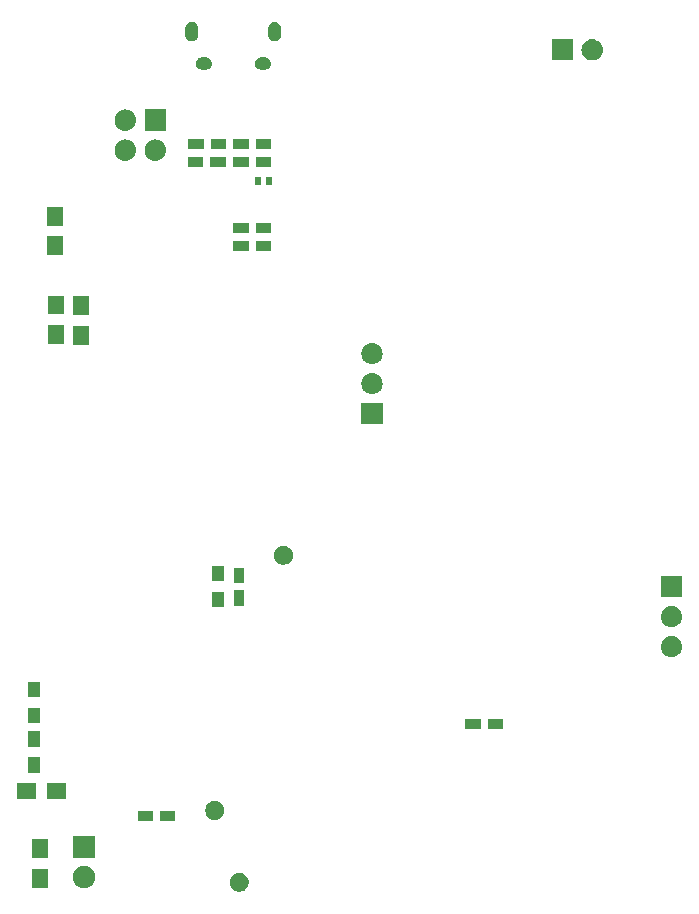
<source format=gbs>
G04 #@! TF.GenerationSoftware,KiCad,Pcbnew,5.0.1*
G04 #@! TF.CreationDate,2018-12-04T21:14:06-05:00*
G04 #@! TF.ProjectId,receiver,72656365697665722E6B696361645F70,rev?*
G04 #@! TF.SameCoordinates,Original*
G04 #@! TF.FileFunction,Soldermask,Bot*
G04 #@! TF.FilePolarity,Negative*
%FSLAX46Y46*%
G04 Gerber Fmt 4.6, Leading zero omitted, Abs format (unit mm)*
G04 Created by KiCad (PCBNEW 5.0.1) date Tue 04 Dec 2018 09:14:06 PM EST*
%MOMM*%
%LPD*%
G01*
G04 APERTURE LIST*
%ADD10C,0.100000*%
G04 APERTURE END LIST*
D10*
G36*
X50083586Y-186404974D02*
X50229319Y-186465338D01*
X50360482Y-186552979D01*
X50472021Y-186664518D01*
X50559662Y-186795681D01*
X50620026Y-186941414D01*
X50650800Y-187096128D01*
X50650800Y-187253872D01*
X50620026Y-187408586D01*
X50559662Y-187554319D01*
X50472021Y-187685482D01*
X50360482Y-187797021D01*
X50229319Y-187884662D01*
X50083586Y-187945026D01*
X49928872Y-187975800D01*
X49771128Y-187975800D01*
X49616414Y-187945026D01*
X49470681Y-187884662D01*
X49339518Y-187797021D01*
X49227979Y-187685482D01*
X49140338Y-187554319D01*
X49079974Y-187408586D01*
X49049200Y-187253872D01*
X49049200Y-187096128D01*
X49079974Y-186941414D01*
X49140338Y-186795681D01*
X49227979Y-186664518D01*
X49339518Y-186552979D01*
X49470681Y-186465338D01*
X49616414Y-186404974D01*
X49771128Y-186374200D01*
X49928872Y-186374200D01*
X50083586Y-186404974D01*
X50083586Y-186404974D01*
G37*
G36*
X36991829Y-185829203D02*
X37164864Y-185900877D01*
X37320591Y-186004930D01*
X37453026Y-186137365D01*
X37557079Y-186293092D01*
X37628753Y-186466127D01*
X37665291Y-186649819D01*
X37665291Y-186837111D01*
X37628753Y-187020803D01*
X37557079Y-187193838D01*
X37453026Y-187349565D01*
X37320591Y-187482000D01*
X37164864Y-187586053D01*
X36991829Y-187657727D01*
X36808137Y-187694265D01*
X36620845Y-187694265D01*
X36437153Y-187657727D01*
X36264118Y-187586053D01*
X36108391Y-187482000D01*
X35975956Y-187349565D01*
X35871903Y-187193838D01*
X35800229Y-187020803D01*
X35763691Y-186837111D01*
X35763691Y-186649819D01*
X35800229Y-186466127D01*
X35871903Y-186293092D01*
X35975956Y-186137365D01*
X36108391Y-186004930D01*
X36264118Y-185900877D01*
X36437153Y-185829203D01*
X36620845Y-185792665D01*
X36808137Y-185792665D01*
X36991829Y-185829203D01*
X36991829Y-185829203D01*
G37*
G36*
X33675800Y-187650800D02*
X32324200Y-187650800D01*
X32324200Y-186049200D01*
X33675800Y-186049200D01*
X33675800Y-187650800D01*
X33675800Y-187650800D01*
G37*
G36*
X37665291Y-185154265D02*
X35763691Y-185154265D01*
X35763691Y-183252665D01*
X37665291Y-183252665D01*
X37665291Y-185154265D01*
X37665291Y-185154265D01*
G37*
G36*
X33675800Y-185150800D02*
X32324200Y-185150800D01*
X32324200Y-183549200D01*
X33675800Y-183549200D01*
X33675800Y-185150800D01*
X33675800Y-185150800D01*
G37*
G36*
X44450800Y-182025800D02*
X43149200Y-182025800D01*
X43149200Y-181174200D01*
X44450800Y-181174200D01*
X44450800Y-182025800D01*
X44450800Y-182025800D01*
G37*
G36*
X42550800Y-182025800D02*
X41249200Y-182025800D01*
X41249200Y-181174200D01*
X42550800Y-181174200D01*
X42550800Y-182025800D01*
X42550800Y-182025800D01*
G37*
G36*
X48008586Y-180329974D02*
X48154319Y-180390338D01*
X48285482Y-180477979D01*
X48397021Y-180589518D01*
X48484662Y-180720681D01*
X48545026Y-180866414D01*
X48575800Y-181021128D01*
X48575800Y-181178872D01*
X48545026Y-181333586D01*
X48484662Y-181479319D01*
X48397021Y-181610482D01*
X48285482Y-181722021D01*
X48154319Y-181809662D01*
X48008586Y-181870026D01*
X47853872Y-181900800D01*
X47696128Y-181900800D01*
X47541414Y-181870026D01*
X47395681Y-181809662D01*
X47264518Y-181722021D01*
X47152979Y-181610482D01*
X47065338Y-181479319D01*
X47004974Y-181333586D01*
X46974200Y-181178872D01*
X46974200Y-181021128D01*
X47004974Y-180866414D01*
X47065338Y-180720681D01*
X47152979Y-180589518D01*
X47264518Y-180477979D01*
X47395681Y-180390338D01*
X47541414Y-180329974D01*
X47696128Y-180299200D01*
X47853872Y-180299200D01*
X48008586Y-180329974D01*
X48008586Y-180329974D01*
G37*
G36*
X32665291Y-180129265D02*
X31063691Y-180129265D01*
X31063691Y-178777665D01*
X32665291Y-178777665D01*
X32665291Y-180129265D01*
X32665291Y-180129265D01*
G37*
G36*
X35165291Y-180129265D02*
X33563691Y-180129265D01*
X33563691Y-178777665D01*
X35165291Y-178777665D01*
X35165291Y-180129265D01*
X35165291Y-180129265D01*
G37*
G36*
X33015291Y-177904265D02*
X32013691Y-177904265D01*
X32013691Y-176602665D01*
X33015291Y-176602665D01*
X33015291Y-177904265D01*
X33015291Y-177904265D01*
G37*
G36*
X33015291Y-175704265D02*
X32013691Y-175704265D01*
X32013691Y-174402665D01*
X33015291Y-174402665D01*
X33015291Y-175704265D01*
X33015291Y-175704265D01*
G37*
G36*
X70300800Y-174225800D02*
X68999200Y-174225800D01*
X68999200Y-173374200D01*
X70300800Y-173374200D01*
X70300800Y-174225800D01*
X70300800Y-174225800D01*
G37*
G36*
X72200800Y-174225800D02*
X70899200Y-174225800D01*
X70899200Y-173374200D01*
X72200800Y-173374200D01*
X72200800Y-174225800D01*
X72200800Y-174225800D01*
G37*
G36*
X33015291Y-173704265D02*
X32013691Y-173704265D01*
X32013691Y-172402665D01*
X33015291Y-172402665D01*
X33015291Y-173704265D01*
X33015291Y-173704265D01*
G37*
G36*
X33015291Y-171504265D02*
X32013691Y-171504265D01*
X32013691Y-170202665D01*
X33015291Y-170202665D01*
X33015291Y-171504265D01*
X33015291Y-171504265D01*
G37*
G36*
X86626582Y-166342233D02*
X86626584Y-166342234D01*
X86626588Y-166342234D01*
X86796389Y-166393743D01*
X86898370Y-166448253D01*
X86952880Y-166477389D01*
X87090043Y-166589957D01*
X87202611Y-166727120D01*
X87231747Y-166781630D01*
X87286257Y-166883611D01*
X87337766Y-167053412D01*
X87337766Y-167053416D01*
X87337767Y-167053418D01*
X87355159Y-167230000D01*
X87337767Y-167406582D01*
X87337766Y-167406588D01*
X87286257Y-167576389D01*
X87231747Y-167678370D01*
X87202611Y-167732880D01*
X87090043Y-167870043D01*
X86952880Y-167982611D01*
X86898370Y-168011747D01*
X86796389Y-168066257D01*
X86626588Y-168117766D01*
X86626584Y-168117766D01*
X86626582Y-168117767D01*
X86494255Y-168130800D01*
X86405745Y-168130800D01*
X86273418Y-168117767D01*
X86273416Y-168117766D01*
X86273412Y-168117766D01*
X86103611Y-168066257D01*
X86001630Y-168011747D01*
X85947120Y-167982611D01*
X85809957Y-167870043D01*
X85697389Y-167732880D01*
X85668253Y-167678370D01*
X85613743Y-167576389D01*
X85562234Y-167406588D01*
X85562233Y-167406582D01*
X85544841Y-167230000D01*
X85562233Y-167053418D01*
X85562234Y-167053416D01*
X85562234Y-167053412D01*
X85613743Y-166883611D01*
X85668253Y-166781630D01*
X85697389Y-166727120D01*
X85809957Y-166589957D01*
X85947120Y-166477389D01*
X86001630Y-166448253D01*
X86103611Y-166393743D01*
X86273412Y-166342234D01*
X86273416Y-166342234D01*
X86273418Y-166342233D01*
X86405745Y-166329200D01*
X86494255Y-166329200D01*
X86626582Y-166342233D01*
X86626582Y-166342233D01*
G37*
G36*
X86626582Y-163802233D02*
X86626584Y-163802234D01*
X86626588Y-163802234D01*
X86796389Y-163853743D01*
X86884426Y-163900800D01*
X86952880Y-163937389D01*
X87090043Y-164049957D01*
X87202611Y-164187120D01*
X87231747Y-164241630D01*
X87286257Y-164343611D01*
X87337766Y-164513412D01*
X87337766Y-164513416D01*
X87337767Y-164513418D01*
X87355159Y-164690000D01*
X87337767Y-164866582D01*
X87337766Y-164866588D01*
X87286257Y-165036389D01*
X87231747Y-165138370D01*
X87202611Y-165192880D01*
X87090043Y-165330043D01*
X86952880Y-165442611D01*
X86898370Y-165471747D01*
X86796389Y-165526257D01*
X86626588Y-165577766D01*
X86626584Y-165577766D01*
X86626582Y-165577767D01*
X86494255Y-165590800D01*
X86405745Y-165590800D01*
X86273418Y-165577767D01*
X86273416Y-165577766D01*
X86273412Y-165577766D01*
X86103611Y-165526257D01*
X86001630Y-165471747D01*
X85947120Y-165442611D01*
X85809957Y-165330043D01*
X85697389Y-165192880D01*
X85668253Y-165138370D01*
X85613743Y-165036389D01*
X85562234Y-164866588D01*
X85562233Y-164866582D01*
X85544841Y-164690000D01*
X85562233Y-164513418D01*
X85562234Y-164513416D01*
X85562234Y-164513412D01*
X85613743Y-164343611D01*
X85668253Y-164241630D01*
X85697389Y-164187120D01*
X85809957Y-164049957D01*
X85947120Y-163937389D01*
X86015574Y-163900800D01*
X86103611Y-163853743D01*
X86273412Y-163802234D01*
X86273416Y-163802234D01*
X86273418Y-163802233D01*
X86405745Y-163789200D01*
X86494255Y-163789200D01*
X86626582Y-163802233D01*
X86626582Y-163802233D01*
G37*
G36*
X48550800Y-163900800D02*
X47549200Y-163900800D01*
X47549200Y-162599200D01*
X48550800Y-162599200D01*
X48550800Y-163900800D01*
X48550800Y-163900800D01*
G37*
G36*
X50225800Y-163750800D02*
X49374200Y-163750800D01*
X49374200Y-162449200D01*
X50225800Y-162449200D01*
X50225800Y-163750800D01*
X50225800Y-163750800D01*
G37*
G36*
X87350800Y-163050800D02*
X85549200Y-163050800D01*
X85549200Y-161249200D01*
X87350800Y-161249200D01*
X87350800Y-163050800D01*
X87350800Y-163050800D01*
G37*
G36*
X50225800Y-161850800D02*
X49374200Y-161850800D01*
X49374200Y-160549200D01*
X50225800Y-160549200D01*
X50225800Y-161850800D01*
X50225800Y-161850800D01*
G37*
G36*
X48550800Y-161700800D02*
X47549200Y-161700800D01*
X47549200Y-160399200D01*
X48550800Y-160399200D01*
X48550800Y-161700800D01*
X48550800Y-161700800D01*
G37*
G36*
X53833586Y-158729974D02*
X53979319Y-158790338D01*
X54110482Y-158877979D01*
X54222021Y-158989518D01*
X54309662Y-159120681D01*
X54370026Y-159266414D01*
X54400800Y-159421128D01*
X54400800Y-159578872D01*
X54370026Y-159733586D01*
X54309662Y-159879319D01*
X54222021Y-160010482D01*
X54110482Y-160122021D01*
X53979319Y-160209662D01*
X53833586Y-160270026D01*
X53678872Y-160300800D01*
X53521128Y-160300800D01*
X53366414Y-160270026D01*
X53220681Y-160209662D01*
X53089518Y-160122021D01*
X52977979Y-160010482D01*
X52890338Y-159879319D01*
X52829974Y-159733586D01*
X52799200Y-159578872D01*
X52799200Y-159421128D01*
X52829974Y-159266414D01*
X52890338Y-159120681D01*
X52977979Y-158989518D01*
X53089518Y-158877979D01*
X53220681Y-158790338D01*
X53366414Y-158729974D01*
X53521128Y-158699200D01*
X53678872Y-158699200D01*
X53833586Y-158729974D01*
X53833586Y-158729974D01*
G37*
G36*
X62000800Y-148400800D02*
X60199200Y-148400800D01*
X60199200Y-146599200D01*
X62000800Y-146599200D01*
X62000800Y-148400800D01*
X62000800Y-148400800D01*
G37*
G36*
X61276582Y-144072233D02*
X61276584Y-144072234D01*
X61276588Y-144072234D01*
X61446389Y-144123743D01*
X61548370Y-144178253D01*
X61602880Y-144207389D01*
X61740043Y-144319957D01*
X61852611Y-144457120D01*
X61881747Y-144511630D01*
X61936257Y-144613611D01*
X61987766Y-144783412D01*
X61987766Y-144783416D01*
X61987767Y-144783418D01*
X62005159Y-144960000D01*
X61987767Y-145136582D01*
X61987766Y-145136588D01*
X61936257Y-145306389D01*
X61881747Y-145408370D01*
X61852611Y-145462880D01*
X61740043Y-145600043D01*
X61602880Y-145712611D01*
X61548370Y-145741747D01*
X61446389Y-145796257D01*
X61276588Y-145847766D01*
X61276584Y-145847766D01*
X61276582Y-145847767D01*
X61144255Y-145860800D01*
X61055745Y-145860800D01*
X60923418Y-145847767D01*
X60923416Y-145847766D01*
X60923412Y-145847766D01*
X60753611Y-145796257D01*
X60651630Y-145741747D01*
X60597120Y-145712611D01*
X60459957Y-145600043D01*
X60347389Y-145462880D01*
X60318253Y-145408370D01*
X60263743Y-145306389D01*
X60212234Y-145136588D01*
X60212233Y-145136582D01*
X60194841Y-144960000D01*
X60212233Y-144783418D01*
X60212234Y-144783416D01*
X60212234Y-144783412D01*
X60263743Y-144613611D01*
X60318253Y-144511630D01*
X60347389Y-144457120D01*
X60459957Y-144319957D01*
X60597120Y-144207389D01*
X60651630Y-144178253D01*
X60753611Y-144123743D01*
X60923412Y-144072234D01*
X60923416Y-144072234D01*
X60923418Y-144072233D01*
X61055745Y-144059200D01*
X61144255Y-144059200D01*
X61276582Y-144072233D01*
X61276582Y-144072233D01*
G37*
G36*
X61276582Y-141532233D02*
X61276584Y-141532234D01*
X61276588Y-141532234D01*
X61446389Y-141583743D01*
X61548370Y-141638253D01*
X61602880Y-141667389D01*
X61740043Y-141779957D01*
X61852611Y-141917120D01*
X61881747Y-141971630D01*
X61936257Y-142073611D01*
X61987766Y-142243412D01*
X61987766Y-142243416D01*
X61987767Y-142243418D01*
X62005159Y-142420000D01*
X61987767Y-142596582D01*
X61987766Y-142596588D01*
X61936257Y-142766389D01*
X61881747Y-142868370D01*
X61852611Y-142922880D01*
X61740043Y-143060043D01*
X61602880Y-143172611D01*
X61548370Y-143201747D01*
X61446389Y-143256257D01*
X61276588Y-143307766D01*
X61276584Y-143307766D01*
X61276582Y-143307767D01*
X61144255Y-143320800D01*
X61055745Y-143320800D01*
X60923418Y-143307767D01*
X60923416Y-143307766D01*
X60923412Y-143307766D01*
X60753611Y-143256257D01*
X60651630Y-143201747D01*
X60597120Y-143172611D01*
X60459957Y-143060043D01*
X60347389Y-142922880D01*
X60318253Y-142868370D01*
X60263743Y-142766389D01*
X60212234Y-142596588D01*
X60212233Y-142596582D01*
X60194841Y-142420000D01*
X60212233Y-142243418D01*
X60212234Y-142243416D01*
X60212234Y-142243412D01*
X60263743Y-142073611D01*
X60318253Y-141971630D01*
X60347389Y-141917120D01*
X60459957Y-141779957D01*
X60597120Y-141667389D01*
X60651630Y-141638253D01*
X60753611Y-141583743D01*
X60923412Y-141532234D01*
X60923416Y-141532234D01*
X60923418Y-141532233D01*
X61055745Y-141519200D01*
X61144255Y-141519200D01*
X61276582Y-141532233D01*
X61276582Y-141532233D01*
G37*
G36*
X37133996Y-141659847D02*
X35782396Y-141659847D01*
X35782396Y-140058247D01*
X37133996Y-140058247D01*
X37133996Y-141659847D01*
X37133996Y-141659847D01*
G37*
G36*
X35033996Y-141609847D02*
X33682396Y-141609847D01*
X33682396Y-140008247D01*
X35033996Y-140008247D01*
X35033996Y-141609847D01*
X35033996Y-141609847D01*
G37*
G36*
X37133996Y-139159847D02*
X35782396Y-139159847D01*
X35782396Y-137558247D01*
X37133996Y-137558247D01*
X37133996Y-139159847D01*
X37133996Y-139159847D01*
G37*
G36*
X35033996Y-139109847D02*
X33682396Y-139109847D01*
X33682396Y-137508247D01*
X35033996Y-137508247D01*
X35033996Y-139109847D01*
X35033996Y-139109847D01*
G37*
G36*
X34975800Y-134100800D02*
X33624200Y-134100800D01*
X33624200Y-132499200D01*
X34975800Y-132499200D01*
X34975800Y-134100800D01*
X34975800Y-134100800D01*
G37*
G36*
X52550800Y-133725800D02*
X51249200Y-133725800D01*
X51249200Y-132874200D01*
X52550800Y-132874200D01*
X52550800Y-133725800D01*
X52550800Y-133725800D01*
G37*
G36*
X50650800Y-133725800D02*
X49349200Y-133725800D01*
X49349200Y-132874200D01*
X50650800Y-132874200D01*
X50650800Y-133725800D01*
X50650800Y-133725800D01*
G37*
G36*
X52550800Y-132225800D02*
X51249200Y-132225800D01*
X51249200Y-131374200D01*
X52550800Y-131374200D01*
X52550800Y-132225800D01*
X52550800Y-132225800D01*
G37*
G36*
X50650800Y-132225800D02*
X49349200Y-132225800D01*
X49349200Y-131374200D01*
X50650800Y-131374200D01*
X50650800Y-132225800D01*
X50650800Y-132225800D01*
G37*
G36*
X34975800Y-131600800D02*
X33624200Y-131600800D01*
X33624200Y-129999200D01*
X34975800Y-129999200D01*
X34975800Y-131600800D01*
X34975800Y-131600800D01*
G37*
G36*
X52600800Y-128150800D02*
X52099200Y-128150800D01*
X52099200Y-127449200D01*
X52600800Y-127449200D01*
X52600800Y-128150800D01*
X52600800Y-128150800D01*
G37*
G36*
X51700800Y-128150800D02*
X51199200Y-128150800D01*
X51199200Y-127449200D01*
X51700800Y-127449200D01*
X51700800Y-128150800D01*
X51700800Y-128150800D01*
G37*
G36*
X52550800Y-126625800D02*
X51249200Y-126625800D01*
X51249200Y-125774200D01*
X52550800Y-125774200D01*
X52550800Y-126625800D01*
X52550800Y-126625800D01*
G37*
G36*
X50650800Y-126625800D02*
X49349200Y-126625800D01*
X49349200Y-125774200D01*
X50650800Y-125774200D01*
X50650800Y-126625800D01*
X50650800Y-126625800D01*
G37*
G36*
X48700800Y-126625800D02*
X47399200Y-126625800D01*
X47399200Y-125774200D01*
X48700800Y-125774200D01*
X48700800Y-126625800D01*
X48700800Y-126625800D01*
G37*
G36*
X46800800Y-126625800D02*
X45499200Y-126625800D01*
X45499200Y-125774200D01*
X46800800Y-125774200D01*
X46800800Y-126625800D01*
X46800800Y-126625800D01*
G37*
G36*
X42926582Y-124302233D02*
X42926584Y-124302234D01*
X42926588Y-124302234D01*
X43096389Y-124353743D01*
X43198370Y-124408253D01*
X43252880Y-124437389D01*
X43390043Y-124549957D01*
X43502611Y-124687120D01*
X43531747Y-124741630D01*
X43586257Y-124843611D01*
X43637766Y-125013412D01*
X43637766Y-125013416D01*
X43637767Y-125013418D01*
X43655159Y-125190000D01*
X43637767Y-125366582D01*
X43637766Y-125366588D01*
X43586257Y-125536389D01*
X43531747Y-125638370D01*
X43502611Y-125692880D01*
X43390043Y-125830043D01*
X43252880Y-125942611D01*
X43198370Y-125971747D01*
X43096389Y-126026257D01*
X42926588Y-126077766D01*
X42926584Y-126077766D01*
X42926582Y-126077767D01*
X42794255Y-126090800D01*
X42705745Y-126090800D01*
X42573418Y-126077767D01*
X42573416Y-126077766D01*
X42573412Y-126077766D01*
X42403611Y-126026257D01*
X42301630Y-125971747D01*
X42247120Y-125942611D01*
X42109957Y-125830043D01*
X41997389Y-125692880D01*
X41968253Y-125638370D01*
X41913743Y-125536389D01*
X41862234Y-125366588D01*
X41862233Y-125366582D01*
X41844841Y-125190000D01*
X41862233Y-125013418D01*
X41862234Y-125013416D01*
X41862234Y-125013412D01*
X41913743Y-124843611D01*
X41968253Y-124741630D01*
X41997389Y-124687120D01*
X42109957Y-124549957D01*
X42247120Y-124437389D01*
X42301630Y-124408253D01*
X42403611Y-124353743D01*
X42573412Y-124302234D01*
X42573416Y-124302234D01*
X42573418Y-124302233D01*
X42705745Y-124289200D01*
X42794255Y-124289200D01*
X42926582Y-124302233D01*
X42926582Y-124302233D01*
G37*
G36*
X40386582Y-124302233D02*
X40386584Y-124302234D01*
X40386588Y-124302234D01*
X40556389Y-124353743D01*
X40658370Y-124408253D01*
X40712880Y-124437389D01*
X40850043Y-124549957D01*
X40962611Y-124687120D01*
X40991747Y-124741630D01*
X41046257Y-124843611D01*
X41097766Y-125013412D01*
X41097766Y-125013416D01*
X41097767Y-125013418D01*
X41115159Y-125190000D01*
X41097767Y-125366582D01*
X41097766Y-125366588D01*
X41046257Y-125536389D01*
X40991747Y-125638370D01*
X40962611Y-125692880D01*
X40850043Y-125830043D01*
X40712880Y-125942611D01*
X40658370Y-125971747D01*
X40556389Y-126026257D01*
X40386588Y-126077766D01*
X40386584Y-126077766D01*
X40386582Y-126077767D01*
X40254255Y-126090800D01*
X40165745Y-126090800D01*
X40033418Y-126077767D01*
X40033416Y-126077766D01*
X40033412Y-126077766D01*
X39863611Y-126026257D01*
X39761630Y-125971747D01*
X39707120Y-125942611D01*
X39569957Y-125830043D01*
X39457389Y-125692880D01*
X39428253Y-125638370D01*
X39373743Y-125536389D01*
X39322234Y-125366588D01*
X39322233Y-125366582D01*
X39304841Y-125190000D01*
X39322233Y-125013418D01*
X39322234Y-125013416D01*
X39322234Y-125013412D01*
X39373743Y-124843611D01*
X39428253Y-124741630D01*
X39457389Y-124687120D01*
X39569957Y-124549957D01*
X39707120Y-124437389D01*
X39761630Y-124408253D01*
X39863611Y-124353743D01*
X40033412Y-124302234D01*
X40033416Y-124302234D01*
X40033418Y-124302233D01*
X40165745Y-124289200D01*
X40254255Y-124289200D01*
X40386582Y-124302233D01*
X40386582Y-124302233D01*
G37*
G36*
X46850800Y-125075800D02*
X45549200Y-125075800D01*
X45549200Y-124224200D01*
X46850800Y-124224200D01*
X46850800Y-125075800D01*
X46850800Y-125075800D01*
G37*
G36*
X50650800Y-125075800D02*
X49349200Y-125075800D01*
X49349200Y-124224200D01*
X50650800Y-124224200D01*
X50650800Y-125075800D01*
X50650800Y-125075800D01*
G37*
G36*
X48750800Y-125075800D02*
X47449200Y-125075800D01*
X47449200Y-124224200D01*
X48750800Y-124224200D01*
X48750800Y-125075800D01*
X48750800Y-125075800D01*
G37*
G36*
X52550800Y-125075800D02*
X51249200Y-125075800D01*
X51249200Y-124224200D01*
X52550800Y-124224200D01*
X52550800Y-125075800D01*
X52550800Y-125075800D01*
G37*
G36*
X43650800Y-123550800D02*
X41849200Y-123550800D01*
X41849200Y-121749200D01*
X43650800Y-121749200D01*
X43650800Y-123550800D01*
X43650800Y-123550800D01*
G37*
G36*
X40386582Y-121762233D02*
X40386584Y-121762234D01*
X40386588Y-121762234D01*
X40556389Y-121813743D01*
X40658370Y-121868253D01*
X40712880Y-121897389D01*
X40850043Y-122009957D01*
X40962611Y-122147120D01*
X40991747Y-122201630D01*
X41046257Y-122303611D01*
X41097766Y-122473412D01*
X41097766Y-122473416D01*
X41097767Y-122473418D01*
X41115159Y-122650000D01*
X41097767Y-122826582D01*
X41097766Y-122826588D01*
X41046257Y-122996389D01*
X40991747Y-123098370D01*
X40962611Y-123152880D01*
X40850043Y-123290043D01*
X40712880Y-123402611D01*
X40658370Y-123431747D01*
X40556389Y-123486257D01*
X40386588Y-123537766D01*
X40386584Y-123537766D01*
X40386582Y-123537767D01*
X40254255Y-123550800D01*
X40165745Y-123550800D01*
X40033418Y-123537767D01*
X40033416Y-123537766D01*
X40033412Y-123537766D01*
X39863611Y-123486257D01*
X39761630Y-123431747D01*
X39707120Y-123402611D01*
X39569957Y-123290043D01*
X39457389Y-123152880D01*
X39428253Y-123098370D01*
X39373743Y-122996389D01*
X39322234Y-122826588D01*
X39322233Y-122826582D01*
X39304841Y-122650000D01*
X39322233Y-122473418D01*
X39322234Y-122473416D01*
X39322234Y-122473412D01*
X39373743Y-122303611D01*
X39428253Y-122201630D01*
X39457389Y-122147120D01*
X39569957Y-122009957D01*
X39707120Y-121897389D01*
X39761630Y-121868253D01*
X39863611Y-121813743D01*
X40033412Y-121762234D01*
X40033416Y-121762234D01*
X40033418Y-121762233D01*
X40165745Y-121749200D01*
X40254255Y-121749200D01*
X40386582Y-121762233D01*
X40386582Y-121762233D01*
G37*
G36*
X52103075Y-117331808D02*
X52202188Y-117361874D01*
X52293532Y-117410698D01*
X52373596Y-117476404D01*
X52439302Y-117556468D01*
X52488126Y-117647812D01*
X52518192Y-117746925D01*
X52528344Y-117850000D01*
X52518192Y-117953075D01*
X52488126Y-118052188D01*
X52439302Y-118143532D01*
X52373596Y-118223596D01*
X52293532Y-118289302D01*
X52202188Y-118338126D01*
X52103075Y-118368192D01*
X52025830Y-118375800D01*
X51674170Y-118375800D01*
X51596925Y-118368192D01*
X51497812Y-118338126D01*
X51406468Y-118289302D01*
X51326404Y-118223596D01*
X51260698Y-118143532D01*
X51211874Y-118052188D01*
X51181808Y-117953075D01*
X51171656Y-117850000D01*
X51181808Y-117746925D01*
X51211874Y-117647812D01*
X51260698Y-117556468D01*
X51326404Y-117476404D01*
X51406468Y-117410698D01*
X51497812Y-117361874D01*
X51596925Y-117331808D01*
X51674170Y-117324200D01*
X52025830Y-117324200D01*
X52103075Y-117331808D01*
X52103075Y-117331808D01*
G37*
G36*
X47103075Y-117331808D02*
X47202188Y-117361874D01*
X47293532Y-117410698D01*
X47373596Y-117476404D01*
X47439302Y-117556468D01*
X47488126Y-117647812D01*
X47518192Y-117746925D01*
X47528344Y-117850000D01*
X47518192Y-117953075D01*
X47488126Y-118052188D01*
X47439302Y-118143532D01*
X47373596Y-118223596D01*
X47293532Y-118289302D01*
X47202188Y-118338126D01*
X47103075Y-118368192D01*
X47025830Y-118375800D01*
X46674170Y-118375800D01*
X46596925Y-118368192D01*
X46497812Y-118338126D01*
X46406468Y-118289302D01*
X46326404Y-118223596D01*
X46260698Y-118143532D01*
X46211874Y-118052188D01*
X46181808Y-117953075D01*
X46171656Y-117850000D01*
X46181808Y-117746925D01*
X46211874Y-117647812D01*
X46260698Y-117556468D01*
X46326404Y-117476404D01*
X46406468Y-117410698D01*
X46497812Y-117361874D01*
X46596925Y-117331808D01*
X46674170Y-117324200D01*
X47025830Y-117324200D01*
X47103075Y-117331808D01*
X47103075Y-117331808D01*
G37*
G36*
X79916582Y-115812233D02*
X79916584Y-115812234D01*
X79916588Y-115812234D01*
X80086389Y-115863743D01*
X80188370Y-115918253D01*
X80242880Y-115947389D01*
X80380043Y-116059957D01*
X80492611Y-116197120D01*
X80521747Y-116251630D01*
X80576257Y-116353611D01*
X80627766Y-116523412D01*
X80627766Y-116523416D01*
X80627767Y-116523418D01*
X80645159Y-116700000D01*
X80627767Y-116876582D01*
X80627766Y-116876588D01*
X80576257Y-117046389D01*
X80521747Y-117148370D01*
X80492611Y-117202880D01*
X80380043Y-117340043D01*
X80242880Y-117452611D01*
X80198366Y-117476404D01*
X80086389Y-117536257D01*
X79916588Y-117587766D01*
X79916584Y-117587766D01*
X79916582Y-117587767D01*
X79784255Y-117600800D01*
X79695745Y-117600800D01*
X79563418Y-117587767D01*
X79563416Y-117587766D01*
X79563412Y-117587766D01*
X79393611Y-117536257D01*
X79281634Y-117476404D01*
X79237120Y-117452611D01*
X79099957Y-117340043D01*
X78987389Y-117202880D01*
X78958253Y-117148370D01*
X78903743Y-117046389D01*
X78852234Y-116876588D01*
X78852233Y-116876582D01*
X78834841Y-116700000D01*
X78852233Y-116523418D01*
X78852234Y-116523416D01*
X78852234Y-116523412D01*
X78903743Y-116353611D01*
X78958253Y-116251630D01*
X78987389Y-116197120D01*
X79099957Y-116059957D01*
X79237120Y-115947389D01*
X79291630Y-115918253D01*
X79393611Y-115863743D01*
X79563412Y-115812234D01*
X79563416Y-115812234D01*
X79563418Y-115812233D01*
X79695745Y-115799200D01*
X79784255Y-115799200D01*
X79916582Y-115812233D01*
X79916582Y-115812233D01*
G37*
G36*
X78100800Y-117600800D02*
X76299200Y-117600800D01*
X76299200Y-115799200D01*
X78100800Y-115799200D01*
X78100800Y-117600800D01*
X78100800Y-117600800D01*
G37*
G36*
X45957976Y-114332170D02*
X46061802Y-114363665D01*
X46157489Y-114414811D01*
X46241359Y-114483641D01*
X46310189Y-114567511D01*
X46361335Y-114663198D01*
X46392830Y-114767024D01*
X46400800Y-114847943D01*
X46400800Y-115452057D01*
X46392830Y-115532976D01*
X46361335Y-115636802D01*
X46310189Y-115732489D01*
X46241359Y-115816359D01*
X46157489Y-115885189D01*
X46061801Y-115936335D01*
X45957975Y-115967830D01*
X45850000Y-115978465D01*
X45742024Y-115967830D01*
X45638198Y-115936335D01*
X45542511Y-115885189D01*
X45458641Y-115816359D01*
X45389811Y-115732489D01*
X45338665Y-115636801D01*
X45307170Y-115532975D01*
X45299200Y-115452056D01*
X45299200Y-114847943D01*
X45307170Y-114767024D01*
X45338666Y-114663198D01*
X45389812Y-114567511D01*
X45458642Y-114483641D01*
X45542512Y-114414811D01*
X45638199Y-114363665D01*
X45742025Y-114332170D01*
X45850000Y-114321535D01*
X45957976Y-114332170D01*
X45957976Y-114332170D01*
G37*
G36*
X52957975Y-114332170D02*
X53061801Y-114363665D01*
X53157489Y-114414811D01*
X53241359Y-114483641D01*
X53310189Y-114567511D01*
X53361335Y-114663198D01*
X53392830Y-114767024D01*
X53400800Y-114847943D01*
X53400800Y-115452057D01*
X53392830Y-115532976D01*
X53361335Y-115636802D01*
X53310189Y-115732489D01*
X53241359Y-115816359D01*
X53157489Y-115885189D01*
X53061802Y-115936335D01*
X52957976Y-115967830D01*
X52850000Y-115978465D01*
X52742025Y-115967830D01*
X52638199Y-115936335D01*
X52542512Y-115885189D01*
X52458642Y-115816359D01*
X52389812Y-115732489D01*
X52338666Y-115636802D01*
X52307170Y-115532976D01*
X52299200Y-115452057D01*
X52299200Y-114847944D01*
X52307170Y-114767025D01*
X52338665Y-114663199D01*
X52389811Y-114567511D01*
X52458641Y-114483641D01*
X52542511Y-114414811D01*
X52638198Y-114363665D01*
X52742024Y-114332170D01*
X52850000Y-114321535D01*
X52957975Y-114332170D01*
X52957975Y-114332170D01*
G37*
M02*

</source>
